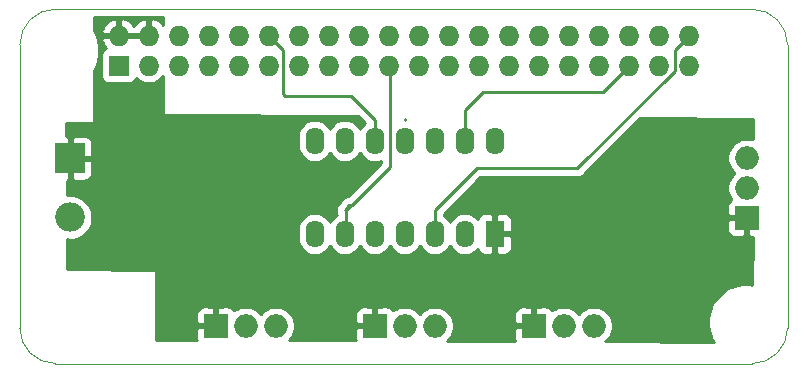
<source format=gbr>
G04 #@! TF.GenerationSoftware,KiCad,Pcbnew,(5.1.6)-1*
G04 #@! TF.CreationDate,2021-06-04T15:22:17-05:00*
G04 #@! TF.ProjectId,GlimmrBoard,476c696d-6d72-4426-9f61-72642e6b6963,rev?*
G04 #@! TF.SameCoordinates,Original*
G04 #@! TF.FileFunction,Copper,L2,Bot*
G04 #@! TF.FilePolarity,Positive*
%FSLAX46Y46*%
G04 Gerber Fmt 4.6, Leading zero omitted, Abs format (unit mm)*
G04 Created by KiCad (PCBNEW (5.1.6)-1) date 2021-06-04 15:22:17*
%MOMM*%
%LPD*%
G01*
G04 APERTURE LIST*
G04 #@! TA.AperFunction,Profile*
%ADD10C,0.100000*%
G04 #@! TD*
G04 #@! TA.AperFunction,ComponentPad*
%ADD11R,1.600000X2.300000*%
G04 #@! TD*
G04 #@! TA.AperFunction,ComponentPad*
%ADD12O,1.600000X2.300000*%
G04 #@! TD*
G04 #@! TA.AperFunction,ComponentPad*
%ADD13O,1.998980X1.998980*%
G04 #@! TD*
G04 #@! TA.AperFunction,ComponentPad*
%ADD14R,1.998980X1.998980*%
G04 #@! TD*
G04 #@! TA.AperFunction,ComponentPad*
%ADD15R,2.500000X2.500000*%
G04 #@! TD*
G04 #@! TA.AperFunction,ComponentPad*
%ADD16O,2.500000X2.500000*%
G04 #@! TD*
G04 #@! TA.AperFunction,ComponentPad*
%ADD17R,1.727200X1.727200*%
G04 #@! TD*
G04 #@! TA.AperFunction,ComponentPad*
%ADD18O,1.727200X1.727200*%
G04 #@! TD*
G04 #@! TA.AperFunction,Conductor*
%ADD19C,0.250000*%
G04 #@! TD*
G04 #@! TA.AperFunction,Conductor*
%ADD20C,0.254000*%
G04 #@! TD*
G04 APERTURE END LIST*
D10*
X77500000Y-51500000D02*
X77500000Y-27500000D01*
X12500000Y-51500000D02*
X12500000Y-27500000D01*
X77500000Y-27500000D02*
G75*
G03*
X74500000Y-24500000I-3000000J0D01*
G01*
X15500000Y-24500000D02*
X74500000Y-24500000D01*
X15500000Y-24500000D02*
G75*
G03*
X12500000Y-27500000I0J-3000000D01*
G01*
X74500000Y-54500000D02*
G75*
G03*
X77500000Y-51500000I0J3000000D01*
G01*
X12500000Y-51500000D02*
G75*
G03*
X15500000Y-54500000I3000000J0D01*
G01*
X15500000Y-54500000D02*
X74500000Y-54500000D01*
D11*
X52705000Y-43525440D03*
D12*
X50165000Y-43525440D03*
X47625000Y-43525440D03*
X45085000Y-43525440D03*
X42545000Y-43525440D03*
X40005000Y-43525440D03*
X37465000Y-43525440D03*
X37470080Y-35633660D03*
X40010080Y-35633660D03*
X42550080Y-35633660D03*
X45090080Y-35633660D03*
X47630080Y-35633660D03*
X50170080Y-35633660D03*
X52710080Y-35633660D03*
D13*
X74041000Y-37084000D03*
X74041000Y-39624000D03*
D14*
X74041000Y-42164000D03*
D13*
X61087000Y-51308000D03*
X58547000Y-51308000D03*
D14*
X56007000Y-51308000D03*
D13*
X47625000Y-51308000D03*
X45085000Y-51308000D03*
D14*
X42545000Y-51308000D03*
X29083000Y-51308000D03*
D13*
X31623000Y-51308000D03*
X34163000Y-51308000D03*
D15*
X16764000Y-37124000D03*
D16*
X16764000Y-42124000D03*
D17*
X20870000Y-29270000D03*
D18*
X20870000Y-26730000D03*
X23410000Y-29270000D03*
X23410000Y-26730000D03*
X25950000Y-29270000D03*
X25950000Y-26730000D03*
X28490000Y-29270000D03*
X28490000Y-26730000D03*
X31030000Y-29270000D03*
X31030000Y-26730000D03*
X33570000Y-29270000D03*
X33570000Y-26730000D03*
X36110000Y-29270000D03*
X36110000Y-26730000D03*
X38650000Y-29270000D03*
X38650000Y-26730000D03*
X41190000Y-29270000D03*
X41190000Y-26730000D03*
X43730000Y-29270000D03*
X43730000Y-26730000D03*
X46270000Y-29270000D03*
X46270000Y-26730000D03*
X48810000Y-29270000D03*
X48810000Y-26730000D03*
X51350000Y-29270000D03*
X51350000Y-26730000D03*
X53890000Y-29270000D03*
X53890000Y-26730000D03*
X56430000Y-29270000D03*
X56430000Y-26730000D03*
X58970000Y-29270000D03*
X58970000Y-26730000D03*
X61510000Y-29270000D03*
X61510000Y-26730000D03*
X64050000Y-29270000D03*
X64050000Y-26730000D03*
X66590000Y-29270000D03*
X66590000Y-26730000D03*
X69130000Y-29270000D03*
X69130000Y-26730000D03*
D19*
X64050000Y-29270000D02*
X62861399Y-30458601D01*
X62861399Y-30458601D02*
X62861399Y-30483601D01*
X62861399Y-30483601D02*
X61849000Y-31496000D01*
X61849000Y-31496000D02*
X51689000Y-31496000D01*
X51689000Y-31496000D02*
X50165000Y-33020000D01*
X50165000Y-35814000D02*
X50165000Y-33782000D01*
X50165000Y-33020000D02*
X50165000Y-33782000D01*
X50165000Y-33782000D02*
X50165000Y-33909000D01*
X45085000Y-33909000D02*
X45085000Y-33782000D01*
X33570000Y-26730000D02*
X34758601Y-27918601D01*
X34758601Y-30186601D02*
X34758601Y-30392399D01*
X34758601Y-27918601D02*
X34758601Y-30186601D01*
X34973202Y-31877000D02*
X34758601Y-31662399D01*
X40513000Y-31877000D02*
X34973202Y-31877000D01*
X34758601Y-31662399D02*
X34758601Y-30186601D01*
X42545000Y-33909000D02*
X40513000Y-31877000D01*
X42545000Y-35814000D02*
X42545000Y-33909000D01*
X43670010Y-29329990D02*
X43730000Y-29270000D01*
X43815000Y-37846000D02*
X43815000Y-29312000D01*
X40132000Y-43434000D02*
X40132000Y-41402000D01*
X40322500Y-41084500D02*
X40449500Y-41084500D01*
X40195500Y-41402000D02*
X40513000Y-41084500D01*
X40005000Y-41529000D02*
X40449500Y-41084500D01*
X40594490Y-41084500D02*
X43815000Y-37863990D01*
X67941399Y-27918601D02*
X69130000Y-26730000D01*
X67941399Y-29721601D02*
X67941399Y-27918601D01*
X59690000Y-37973000D02*
X67941399Y-29721601D01*
X51181000Y-37973000D02*
X59690000Y-37973000D01*
X47625000Y-41529000D02*
X51181000Y-37973000D01*
X47625000Y-41529000D02*
X47625000Y-43434000D01*
D20*
G36*
X24635552Y-25873020D02*
G01*
X24616817Y-25841512D01*
X24420293Y-25623146D01*
X24184944Y-25447316D01*
X23919814Y-25320778D01*
X23769026Y-25275042D01*
X23537000Y-25396183D01*
X23537000Y-26603000D01*
X23557000Y-26603000D01*
X23557000Y-26857000D01*
X23537000Y-26857000D01*
X23537000Y-26877000D01*
X23283000Y-26877000D01*
X23283000Y-26857000D01*
X20997000Y-26857000D01*
X20997000Y-26877000D01*
X20743000Y-26877000D01*
X20743000Y-26857000D01*
X19535536Y-26857000D01*
X19415037Y-27089027D01*
X19513036Y-27365978D01*
X19663183Y-27618488D01*
X19824692Y-27797947D01*
X19762220Y-27816898D01*
X19651906Y-27875863D01*
X19555215Y-27955215D01*
X19475863Y-28051906D01*
X19416898Y-28162220D01*
X19380588Y-28281918D01*
X19368328Y-28406400D01*
X19368328Y-30133600D01*
X19380588Y-30258082D01*
X19416898Y-30377780D01*
X19475863Y-30488094D01*
X19555215Y-30584785D01*
X19651906Y-30664137D01*
X19762220Y-30723102D01*
X19881918Y-30759412D01*
X20006400Y-30771672D01*
X21733600Y-30771672D01*
X21858082Y-30759412D01*
X21977780Y-30723102D01*
X22088094Y-30664137D01*
X22184785Y-30584785D01*
X22264137Y-30488094D01*
X22323102Y-30377780D01*
X22340636Y-30319977D01*
X22454698Y-30434039D01*
X22700147Y-30598042D01*
X22972875Y-30711010D01*
X23262401Y-30768600D01*
X23557599Y-30768600D01*
X23847125Y-30711010D01*
X24119853Y-30598042D01*
X24365302Y-30434039D01*
X24574039Y-30225302D01*
X24627876Y-30144728D01*
X24622125Y-33345210D01*
X24624521Y-33369991D01*
X24631705Y-33393828D01*
X24643402Y-33415806D01*
X24659161Y-33435079D01*
X24678378Y-33450908D01*
X24700313Y-33462683D01*
X24724125Y-33469953D01*
X24748288Y-33472435D01*
X41141742Y-33580544D01*
X41692378Y-34131180D01*
X41530473Y-34264052D01*
X41351148Y-34482559D01*
X41280080Y-34615518D01*
X41209012Y-34482559D01*
X41029688Y-34264052D01*
X40811181Y-34084728D01*
X40561888Y-33951478D01*
X40291389Y-33869424D01*
X40010080Y-33841717D01*
X39728772Y-33869424D01*
X39458273Y-33951478D01*
X39208980Y-34084728D01*
X38990473Y-34264052D01*
X38811148Y-34482559D01*
X38740080Y-34615518D01*
X38669012Y-34482559D01*
X38489688Y-34264052D01*
X38271181Y-34084728D01*
X38021888Y-33951478D01*
X37751389Y-33869424D01*
X37470080Y-33841717D01*
X37188772Y-33869424D01*
X36918273Y-33951478D01*
X36668980Y-34084728D01*
X36450473Y-34264052D01*
X36271148Y-34482559D01*
X36137898Y-34731852D01*
X36055844Y-35002351D01*
X36035080Y-35213168D01*
X36035080Y-36054151D01*
X36055844Y-36264968D01*
X36137898Y-36535467D01*
X36271148Y-36784760D01*
X36450472Y-37003267D01*
X36668979Y-37182592D01*
X36918272Y-37315842D01*
X37188771Y-37397896D01*
X37470080Y-37425603D01*
X37751388Y-37397896D01*
X38021887Y-37315842D01*
X38271180Y-37182592D01*
X38489687Y-37003268D01*
X38669012Y-36784761D01*
X38740080Y-36651802D01*
X38811148Y-36784760D01*
X38990472Y-37003267D01*
X39208979Y-37182592D01*
X39458272Y-37315842D01*
X39728771Y-37397896D01*
X40010080Y-37425603D01*
X40291388Y-37397896D01*
X40561887Y-37315842D01*
X40811180Y-37182592D01*
X41029687Y-37003268D01*
X41209012Y-36784761D01*
X41280080Y-36651802D01*
X41351148Y-36784760D01*
X41530472Y-37003267D01*
X41748979Y-37182592D01*
X41998272Y-37315842D01*
X42268771Y-37397896D01*
X42550080Y-37425603D01*
X42831388Y-37397896D01*
X43055000Y-37330065D01*
X43055000Y-37549188D01*
X40279090Y-40325098D01*
X40173514Y-40335497D01*
X40030253Y-40378954D01*
X39898224Y-40449526D01*
X39782499Y-40544499D01*
X39687526Y-40660224D01*
X39616954Y-40792253D01*
X39597056Y-40857850D01*
X39592000Y-40861999D01*
X39568202Y-40890997D01*
X39441201Y-41017998D01*
X39370026Y-41104724D01*
X39299454Y-41236754D01*
X39255998Y-41380015D01*
X39241324Y-41529000D01*
X39255998Y-41677985D01*
X39299454Y-41821246D01*
X39342769Y-41902281D01*
X39203900Y-41976508D01*
X38985393Y-42155832D01*
X38806068Y-42374339D01*
X38735000Y-42507298D01*
X38663932Y-42374339D01*
X38484608Y-42155832D01*
X38266101Y-41976508D01*
X38016808Y-41843258D01*
X37746309Y-41761204D01*
X37465000Y-41733497D01*
X37183692Y-41761204D01*
X36913193Y-41843258D01*
X36663900Y-41976508D01*
X36445393Y-42155832D01*
X36266068Y-42374339D01*
X36132818Y-42623632D01*
X36050764Y-42894131D01*
X36030000Y-43104948D01*
X36030000Y-43945931D01*
X36050764Y-44156748D01*
X36132818Y-44427247D01*
X36266068Y-44676540D01*
X36445392Y-44895047D01*
X36663899Y-45074372D01*
X36913192Y-45207622D01*
X37183691Y-45289676D01*
X37465000Y-45317383D01*
X37746308Y-45289676D01*
X38016807Y-45207622D01*
X38266100Y-45074372D01*
X38484607Y-44895048D01*
X38663932Y-44676541D01*
X38735000Y-44543582D01*
X38806068Y-44676540D01*
X38985392Y-44895047D01*
X39203899Y-45074372D01*
X39453192Y-45207622D01*
X39723691Y-45289676D01*
X40005000Y-45317383D01*
X40286308Y-45289676D01*
X40556807Y-45207622D01*
X40806100Y-45074372D01*
X41024607Y-44895048D01*
X41203932Y-44676541D01*
X41275000Y-44543582D01*
X41346068Y-44676540D01*
X41525392Y-44895047D01*
X41743899Y-45074372D01*
X41993192Y-45207622D01*
X42263691Y-45289676D01*
X42545000Y-45317383D01*
X42826308Y-45289676D01*
X43096807Y-45207622D01*
X43346100Y-45074372D01*
X43564607Y-44895048D01*
X43743932Y-44676541D01*
X43815000Y-44543582D01*
X43886068Y-44676540D01*
X44065392Y-44895047D01*
X44283899Y-45074372D01*
X44533192Y-45207622D01*
X44803691Y-45289676D01*
X45085000Y-45317383D01*
X45366308Y-45289676D01*
X45636807Y-45207622D01*
X45886100Y-45074372D01*
X46104607Y-44895048D01*
X46283932Y-44676541D01*
X46355000Y-44543582D01*
X46426068Y-44676540D01*
X46605392Y-44895047D01*
X46823899Y-45074372D01*
X47073192Y-45207622D01*
X47343691Y-45289676D01*
X47625000Y-45317383D01*
X47906308Y-45289676D01*
X48176807Y-45207622D01*
X48426100Y-45074372D01*
X48644607Y-44895048D01*
X48823932Y-44676541D01*
X48895000Y-44543582D01*
X48966068Y-44676540D01*
X49145392Y-44895047D01*
X49363899Y-45074372D01*
X49613192Y-45207622D01*
X49883691Y-45289676D01*
X50165000Y-45317383D01*
X50446308Y-45289676D01*
X50716807Y-45207622D01*
X50966100Y-45074372D01*
X51184607Y-44895048D01*
X51277419Y-44781957D01*
X51279188Y-44799922D01*
X51315498Y-44919620D01*
X51374463Y-45029934D01*
X51453815Y-45126625D01*
X51550506Y-45205977D01*
X51660820Y-45264942D01*
X51780518Y-45301252D01*
X51905000Y-45313512D01*
X52419250Y-45310440D01*
X52578000Y-45151690D01*
X52578000Y-43652440D01*
X52832000Y-43652440D01*
X52832000Y-45151690D01*
X52990750Y-45310440D01*
X53505000Y-45313512D01*
X53629482Y-45301252D01*
X53749180Y-45264942D01*
X53859494Y-45205977D01*
X53956185Y-45126625D01*
X54035537Y-45029934D01*
X54094502Y-44919620D01*
X54130812Y-44799922D01*
X54143072Y-44675440D01*
X54140000Y-43811190D01*
X53981250Y-43652440D01*
X52832000Y-43652440D01*
X52578000Y-43652440D01*
X52558000Y-43652440D01*
X52558000Y-43398440D01*
X52578000Y-43398440D01*
X52578000Y-41899190D01*
X52832000Y-41899190D01*
X52832000Y-43398440D01*
X53981250Y-43398440D01*
X54140000Y-43239690D01*
X54140270Y-43163490D01*
X72403438Y-43163490D01*
X72415698Y-43287972D01*
X72452008Y-43407670D01*
X72510973Y-43517984D01*
X72590325Y-43614675D01*
X72687016Y-43694027D01*
X72797330Y-43752992D01*
X72917028Y-43789302D01*
X73041510Y-43801562D01*
X73755250Y-43798490D01*
X73914000Y-43639740D01*
X73914000Y-42291000D01*
X72565260Y-42291000D01*
X72406510Y-42449750D01*
X72403438Y-43163490D01*
X54140270Y-43163490D01*
X54143072Y-42375440D01*
X54130812Y-42250958D01*
X54094502Y-42131260D01*
X54035537Y-42020946D01*
X53956185Y-41924255D01*
X53859494Y-41844903D01*
X53749180Y-41785938D01*
X53629482Y-41749628D01*
X53505000Y-41737368D01*
X52990750Y-41740440D01*
X52832000Y-41899190D01*
X52578000Y-41899190D01*
X52419250Y-41740440D01*
X51905000Y-41737368D01*
X51780518Y-41749628D01*
X51660820Y-41785938D01*
X51550506Y-41844903D01*
X51453815Y-41924255D01*
X51374463Y-42020946D01*
X51315498Y-42131260D01*
X51279188Y-42250958D01*
X51277419Y-42268922D01*
X51184608Y-42155832D01*
X50966101Y-41976508D01*
X50716808Y-41843258D01*
X50446309Y-41761204D01*
X50165000Y-41733497D01*
X49883692Y-41761204D01*
X49613193Y-41843258D01*
X49363900Y-41976508D01*
X49145393Y-42155832D01*
X48966068Y-42374339D01*
X48895000Y-42507298D01*
X48823932Y-42374339D01*
X48644608Y-42155832D01*
X48426101Y-41976508D01*
X48385000Y-41954539D01*
X48385000Y-41843801D01*
X51495803Y-38733000D01*
X59652678Y-38733000D01*
X59690000Y-38736676D01*
X59727322Y-38733000D01*
X59727333Y-38733000D01*
X59838986Y-38722003D01*
X59982247Y-38678546D01*
X60114276Y-38607974D01*
X60230001Y-38513001D01*
X60253804Y-38483997D01*
X64999923Y-33737879D01*
X74572367Y-33801006D01*
X74566261Y-35532410D01*
X74517763Y-35512322D01*
X74201983Y-35449510D01*
X73880017Y-35449510D01*
X73564237Y-35512322D01*
X73266778Y-35635533D01*
X72999073Y-35814408D01*
X72771408Y-36042073D01*
X72592533Y-36309778D01*
X72469322Y-36607237D01*
X72406510Y-36923017D01*
X72406510Y-37244983D01*
X72469322Y-37560763D01*
X72592533Y-37858222D01*
X72771408Y-38125927D01*
X72999073Y-38353592D01*
X72999684Y-38354000D01*
X72999073Y-38354408D01*
X72771408Y-38582073D01*
X72592533Y-38849778D01*
X72469322Y-39147237D01*
X72406510Y-39463017D01*
X72406510Y-39784983D01*
X72469322Y-40100763D01*
X72592533Y-40398222D01*
X72733467Y-40609144D01*
X72687016Y-40633973D01*
X72590325Y-40713325D01*
X72510973Y-40810016D01*
X72452008Y-40920330D01*
X72415698Y-41040028D01*
X72403438Y-41164510D01*
X72406510Y-41878250D01*
X72565260Y-42037000D01*
X73914000Y-42037000D01*
X73914000Y-42017000D01*
X74168000Y-42017000D01*
X74168000Y-42037000D01*
X74188000Y-42037000D01*
X74188000Y-42291000D01*
X74168000Y-42291000D01*
X74168000Y-43639740D01*
X74326750Y-43798490D01*
X74537107Y-43799395D01*
X74522950Y-47813801D01*
X74317832Y-47773000D01*
X73682168Y-47773000D01*
X73058719Y-47897012D01*
X72471442Y-48140270D01*
X71942907Y-48493425D01*
X71493425Y-48942907D01*
X71140270Y-49471442D01*
X70897012Y-50058719D01*
X70773000Y-50682168D01*
X70773000Y-51317832D01*
X70897012Y-51941281D01*
X71140270Y-52528558D01*
X71231858Y-52665630D01*
X62052003Y-52628991D01*
X62128927Y-52577592D01*
X62356592Y-52349927D01*
X62535467Y-52082222D01*
X62658678Y-51784763D01*
X62721490Y-51468983D01*
X62721490Y-51147017D01*
X62658678Y-50831237D01*
X62535467Y-50533778D01*
X62356592Y-50266073D01*
X62128927Y-50038408D01*
X61861222Y-49859533D01*
X61563763Y-49736322D01*
X61247983Y-49673510D01*
X60926017Y-49673510D01*
X60610237Y-49736322D01*
X60312778Y-49859533D01*
X60045073Y-50038408D01*
X59817408Y-50266073D01*
X59817000Y-50266684D01*
X59816592Y-50266073D01*
X59588927Y-50038408D01*
X59321222Y-49859533D01*
X59023763Y-49736322D01*
X58707983Y-49673510D01*
X58386017Y-49673510D01*
X58070237Y-49736322D01*
X57772778Y-49859533D01*
X57561856Y-50000467D01*
X57537027Y-49954016D01*
X57457675Y-49857325D01*
X57360984Y-49777973D01*
X57250670Y-49719008D01*
X57130972Y-49682698D01*
X57006490Y-49670438D01*
X56292750Y-49673510D01*
X56134000Y-49832260D01*
X56134000Y-51181000D01*
X56154000Y-51181000D01*
X56154000Y-51435000D01*
X56134000Y-51435000D01*
X56134000Y-51455000D01*
X55880000Y-51455000D01*
X55880000Y-51435000D01*
X54531260Y-51435000D01*
X54372510Y-51593750D01*
X54369438Y-52307490D01*
X54381698Y-52431972D01*
X54418008Y-52551670D01*
X54443105Y-52598622D01*
X48668943Y-52575576D01*
X48894592Y-52349927D01*
X49073467Y-52082222D01*
X49196678Y-51784763D01*
X49259490Y-51468983D01*
X49259490Y-51147017D01*
X49196678Y-50831237D01*
X49073467Y-50533778D01*
X48922948Y-50308510D01*
X54369438Y-50308510D01*
X54372510Y-51022250D01*
X54531260Y-51181000D01*
X55880000Y-51181000D01*
X55880000Y-49832260D01*
X55721250Y-49673510D01*
X55007510Y-49670438D01*
X54883028Y-49682698D01*
X54763330Y-49719008D01*
X54653016Y-49777973D01*
X54556325Y-49857325D01*
X54476973Y-49954016D01*
X54418008Y-50064330D01*
X54381698Y-50184028D01*
X54369438Y-50308510D01*
X48922948Y-50308510D01*
X48894592Y-50266073D01*
X48666927Y-50038408D01*
X48399222Y-49859533D01*
X48101763Y-49736322D01*
X47785983Y-49673510D01*
X47464017Y-49673510D01*
X47148237Y-49736322D01*
X46850778Y-49859533D01*
X46583073Y-50038408D01*
X46355408Y-50266073D01*
X46355000Y-50266684D01*
X46354592Y-50266073D01*
X46126927Y-50038408D01*
X45859222Y-49859533D01*
X45561763Y-49736322D01*
X45245983Y-49673510D01*
X44924017Y-49673510D01*
X44608237Y-49736322D01*
X44310778Y-49859533D01*
X44099856Y-50000467D01*
X44075027Y-49954016D01*
X43995675Y-49857325D01*
X43898984Y-49777973D01*
X43788670Y-49719008D01*
X43668972Y-49682698D01*
X43544490Y-49670438D01*
X42830750Y-49673510D01*
X42672000Y-49832260D01*
X42672000Y-51181000D01*
X42692000Y-51181000D01*
X42692000Y-51435000D01*
X42672000Y-51435000D01*
X42672000Y-51455000D01*
X42418000Y-51455000D01*
X42418000Y-51435000D01*
X41069260Y-51435000D01*
X40910510Y-51593750D01*
X40907438Y-52307490D01*
X40919698Y-52431972D01*
X40953919Y-52544784D01*
X35260459Y-52522060D01*
X35432592Y-52349927D01*
X35611467Y-52082222D01*
X35734678Y-51784763D01*
X35797490Y-51468983D01*
X35797490Y-51147017D01*
X35734678Y-50831237D01*
X35611467Y-50533778D01*
X35460948Y-50308510D01*
X40907438Y-50308510D01*
X40910510Y-51022250D01*
X41069260Y-51181000D01*
X42418000Y-51181000D01*
X42418000Y-49832260D01*
X42259250Y-49673510D01*
X41545510Y-49670438D01*
X41421028Y-49682698D01*
X41301330Y-49719008D01*
X41191016Y-49777973D01*
X41094325Y-49857325D01*
X41014973Y-49954016D01*
X40956008Y-50064330D01*
X40919698Y-50184028D01*
X40907438Y-50308510D01*
X35460948Y-50308510D01*
X35432592Y-50266073D01*
X35204927Y-50038408D01*
X34937222Y-49859533D01*
X34639763Y-49736322D01*
X34323983Y-49673510D01*
X34002017Y-49673510D01*
X33686237Y-49736322D01*
X33388778Y-49859533D01*
X33121073Y-50038408D01*
X32893408Y-50266073D01*
X32893000Y-50266684D01*
X32892592Y-50266073D01*
X32664927Y-50038408D01*
X32397222Y-49859533D01*
X32099763Y-49736322D01*
X31783983Y-49673510D01*
X31462017Y-49673510D01*
X31146237Y-49736322D01*
X30848778Y-49859533D01*
X30637856Y-50000467D01*
X30613027Y-49954016D01*
X30533675Y-49857325D01*
X30436984Y-49777973D01*
X30326670Y-49719008D01*
X30206972Y-49682698D01*
X30082490Y-49670438D01*
X29368750Y-49673510D01*
X29210000Y-49832260D01*
X29210000Y-51181000D01*
X29230000Y-51181000D01*
X29230000Y-51435000D01*
X29210000Y-51435000D01*
X29210000Y-51455000D01*
X28956000Y-51455000D01*
X28956000Y-51435000D01*
X27607260Y-51435000D01*
X27448510Y-51593750D01*
X27445438Y-52307490D01*
X27457698Y-52431972D01*
X27475600Y-52490988D01*
X24045718Y-52477299D01*
X24029583Y-50308510D01*
X27445438Y-50308510D01*
X27448510Y-51022250D01*
X27607260Y-51181000D01*
X28956000Y-51181000D01*
X28956000Y-49832260D01*
X28797250Y-49673510D01*
X28083510Y-49670438D01*
X27959028Y-49682698D01*
X27839330Y-49719008D01*
X27729016Y-49777973D01*
X27632325Y-49857325D01*
X27552973Y-49954016D01*
X27494008Y-50064330D01*
X27457698Y-50184028D01*
X27445438Y-50308510D01*
X24029583Y-50308510D01*
X24002996Y-46735055D01*
X24000372Y-46710298D01*
X23992968Y-46686528D01*
X23981069Y-46664659D01*
X23965132Y-46645532D01*
X23945770Y-46629881D01*
X23923727Y-46618309D01*
X23899849Y-46611259D01*
X23878152Y-46609018D01*
X16510000Y-46484134D01*
X16510000Y-43995406D01*
X16578344Y-44009000D01*
X16949656Y-44009000D01*
X17313834Y-43936561D01*
X17656882Y-43794466D01*
X17965618Y-43588175D01*
X18228175Y-43325618D01*
X18434466Y-43016882D01*
X18576561Y-42673834D01*
X18649000Y-42309656D01*
X18649000Y-41938344D01*
X18576561Y-41574166D01*
X18434466Y-41231118D01*
X18228175Y-40922382D01*
X17965618Y-40659825D01*
X17656882Y-40453534D01*
X17313834Y-40311439D01*
X16949656Y-40239000D01*
X16578344Y-40239000D01*
X16510000Y-40252594D01*
X16510000Y-39878000D01*
X16509880Y-39872483D01*
X16472338Y-39009019D01*
X16478250Y-39009000D01*
X16637000Y-38850250D01*
X16637000Y-37251000D01*
X16891000Y-37251000D01*
X16891000Y-38850250D01*
X17049750Y-39009000D01*
X18014000Y-39012072D01*
X18138482Y-38999812D01*
X18258180Y-38963502D01*
X18368494Y-38904537D01*
X18465185Y-38825185D01*
X18544537Y-38728494D01*
X18603502Y-38618180D01*
X18639812Y-38498482D01*
X18652072Y-38374000D01*
X18649000Y-37409750D01*
X18490250Y-37251000D01*
X16891000Y-37251000D01*
X16637000Y-37251000D01*
X16617000Y-37251000D01*
X16617000Y-36997000D01*
X16637000Y-36997000D01*
X16637000Y-35397750D01*
X16891000Y-35397750D01*
X16891000Y-36997000D01*
X18490250Y-36997000D01*
X18649000Y-36838250D01*
X18652072Y-35874000D01*
X18639812Y-35749518D01*
X18603502Y-35629820D01*
X18544537Y-35519506D01*
X18465185Y-35422815D01*
X18368494Y-35343463D01*
X18258180Y-35284498D01*
X18138482Y-35248188D01*
X18014000Y-35235928D01*
X17049750Y-35239000D01*
X16891000Y-35397750D01*
X16637000Y-35397750D01*
X16478250Y-35239000D01*
X16383000Y-35238697D01*
X16383000Y-34163000D01*
X18669000Y-34163000D01*
X18693776Y-34160560D01*
X18717601Y-34153333D01*
X18739557Y-34141597D01*
X18758803Y-34125803D01*
X18774597Y-34106557D01*
X18786333Y-34084601D01*
X18793560Y-34060776D01*
X18796000Y-34036000D01*
X18796000Y-29623937D01*
X18859730Y-29528558D01*
X19102988Y-28941281D01*
X19227000Y-28317832D01*
X19227000Y-27682168D01*
X19102988Y-27058719D01*
X18859730Y-26471442D01*
X18796000Y-26376063D01*
X18796000Y-26370973D01*
X19415037Y-26370973D01*
X19535536Y-26603000D01*
X20743000Y-26603000D01*
X20743000Y-25396183D01*
X20997000Y-25396183D01*
X20997000Y-26603000D01*
X23283000Y-26603000D01*
X23283000Y-25396183D01*
X23050974Y-25275042D01*
X22900186Y-25320778D01*
X22635056Y-25447316D01*
X22399707Y-25623146D01*
X22203183Y-25841512D01*
X22140000Y-25947770D01*
X22076817Y-25841512D01*
X21880293Y-25623146D01*
X21644944Y-25447316D01*
X21379814Y-25320778D01*
X21229026Y-25275042D01*
X20997000Y-25396183D01*
X20743000Y-25396183D01*
X20510974Y-25275042D01*
X20360186Y-25320778D01*
X20095056Y-25447316D01*
X19859707Y-25623146D01*
X19663183Y-25841512D01*
X19513036Y-26094022D01*
X19415037Y-26370973D01*
X18796000Y-26370973D01*
X18796000Y-25185000D01*
X24636789Y-25185000D01*
X24635552Y-25873020D01*
G37*
X24635552Y-25873020D02*
X24616817Y-25841512D01*
X24420293Y-25623146D01*
X24184944Y-25447316D01*
X23919814Y-25320778D01*
X23769026Y-25275042D01*
X23537000Y-25396183D01*
X23537000Y-26603000D01*
X23557000Y-26603000D01*
X23557000Y-26857000D01*
X23537000Y-26857000D01*
X23537000Y-26877000D01*
X23283000Y-26877000D01*
X23283000Y-26857000D01*
X20997000Y-26857000D01*
X20997000Y-26877000D01*
X20743000Y-26877000D01*
X20743000Y-26857000D01*
X19535536Y-26857000D01*
X19415037Y-27089027D01*
X19513036Y-27365978D01*
X19663183Y-27618488D01*
X19824692Y-27797947D01*
X19762220Y-27816898D01*
X19651906Y-27875863D01*
X19555215Y-27955215D01*
X19475863Y-28051906D01*
X19416898Y-28162220D01*
X19380588Y-28281918D01*
X19368328Y-28406400D01*
X19368328Y-30133600D01*
X19380588Y-30258082D01*
X19416898Y-30377780D01*
X19475863Y-30488094D01*
X19555215Y-30584785D01*
X19651906Y-30664137D01*
X19762220Y-30723102D01*
X19881918Y-30759412D01*
X20006400Y-30771672D01*
X21733600Y-30771672D01*
X21858082Y-30759412D01*
X21977780Y-30723102D01*
X22088094Y-30664137D01*
X22184785Y-30584785D01*
X22264137Y-30488094D01*
X22323102Y-30377780D01*
X22340636Y-30319977D01*
X22454698Y-30434039D01*
X22700147Y-30598042D01*
X22972875Y-30711010D01*
X23262401Y-30768600D01*
X23557599Y-30768600D01*
X23847125Y-30711010D01*
X24119853Y-30598042D01*
X24365302Y-30434039D01*
X24574039Y-30225302D01*
X24627876Y-30144728D01*
X24622125Y-33345210D01*
X24624521Y-33369991D01*
X24631705Y-33393828D01*
X24643402Y-33415806D01*
X24659161Y-33435079D01*
X24678378Y-33450908D01*
X24700313Y-33462683D01*
X24724125Y-33469953D01*
X24748288Y-33472435D01*
X41141742Y-33580544D01*
X41692378Y-34131180D01*
X41530473Y-34264052D01*
X41351148Y-34482559D01*
X41280080Y-34615518D01*
X41209012Y-34482559D01*
X41029688Y-34264052D01*
X40811181Y-34084728D01*
X40561888Y-33951478D01*
X40291389Y-33869424D01*
X40010080Y-33841717D01*
X39728772Y-33869424D01*
X39458273Y-33951478D01*
X39208980Y-34084728D01*
X38990473Y-34264052D01*
X38811148Y-34482559D01*
X38740080Y-34615518D01*
X38669012Y-34482559D01*
X38489688Y-34264052D01*
X38271181Y-34084728D01*
X38021888Y-33951478D01*
X37751389Y-33869424D01*
X37470080Y-33841717D01*
X37188772Y-33869424D01*
X36918273Y-33951478D01*
X36668980Y-34084728D01*
X36450473Y-34264052D01*
X36271148Y-34482559D01*
X36137898Y-34731852D01*
X36055844Y-35002351D01*
X36035080Y-35213168D01*
X36035080Y-36054151D01*
X36055844Y-36264968D01*
X36137898Y-36535467D01*
X36271148Y-36784760D01*
X36450472Y-37003267D01*
X36668979Y-37182592D01*
X36918272Y-37315842D01*
X37188771Y-37397896D01*
X37470080Y-37425603D01*
X37751388Y-37397896D01*
X38021887Y-37315842D01*
X38271180Y-37182592D01*
X38489687Y-37003268D01*
X38669012Y-36784761D01*
X38740080Y-36651802D01*
X38811148Y-36784760D01*
X38990472Y-37003267D01*
X39208979Y-37182592D01*
X39458272Y-37315842D01*
X39728771Y-37397896D01*
X40010080Y-37425603D01*
X40291388Y-37397896D01*
X40561887Y-37315842D01*
X40811180Y-37182592D01*
X41029687Y-37003268D01*
X41209012Y-36784761D01*
X41280080Y-36651802D01*
X41351148Y-36784760D01*
X41530472Y-37003267D01*
X41748979Y-37182592D01*
X41998272Y-37315842D01*
X42268771Y-37397896D01*
X42550080Y-37425603D01*
X42831388Y-37397896D01*
X43055000Y-37330065D01*
X43055000Y-37549188D01*
X40279090Y-40325098D01*
X40173514Y-40335497D01*
X40030253Y-40378954D01*
X39898224Y-40449526D01*
X39782499Y-40544499D01*
X39687526Y-40660224D01*
X39616954Y-40792253D01*
X39597056Y-40857850D01*
X39592000Y-40861999D01*
X39568202Y-40890997D01*
X39441201Y-41017998D01*
X39370026Y-41104724D01*
X39299454Y-41236754D01*
X39255998Y-41380015D01*
X39241324Y-41529000D01*
X39255998Y-41677985D01*
X39299454Y-41821246D01*
X39342769Y-41902281D01*
X39203900Y-41976508D01*
X38985393Y-42155832D01*
X38806068Y-42374339D01*
X38735000Y-42507298D01*
X38663932Y-42374339D01*
X38484608Y-42155832D01*
X38266101Y-41976508D01*
X38016808Y-41843258D01*
X37746309Y-41761204D01*
X37465000Y-41733497D01*
X37183692Y-41761204D01*
X36913193Y-41843258D01*
X36663900Y-41976508D01*
X36445393Y-42155832D01*
X36266068Y-42374339D01*
X36132818Y-42623632D01*
X36050764Y-42894131D01*
X36030000Y-43104948D01*
X36030000Y-43945931D01*
X36050764Y-44156748D01*
X36132818Y-44427247D01*
X36266068Y-44676540D01*
X36445392Y-44895047D01*
X36663899Y-45074372D01*
X36913192Y-45207622D01*
X37183691Y-45289676D01*
X37465000Y-45317383D01*
X37746308Y-45289676D01*
X38016807Y-45207622D01*
X38266100Y-45074372D01*
X38484607Y-44895048D01*
X38663932Y-44676541D01*
X38735000Y-44543582D01*
X38806068Y-44676540D01*
X38985392Y-44895047D01*
X39203899Y-45074372D01*
X39453192Y-45207622D01*
X39723691Y-45289676D01*
X40005000Y-45317383D01*
X40286308Y-45289676D01*
X40556807Y-45207622D01*
X40806100Y-45074372D01*
X41024607Y-44895048D01*
X41203932Y-44676541D01*
X41275000Y-44543582D01*
X41346068Y-44676540D01*
X41525392Y-44895047D01*
X41743899Y-45074372D01*
X41993192Y-45207622D01*
X42263691Y-45289676D01*
X42545000Y-45317383D01*
X42826308Y-45289676D01*
X43096807Y-45207622D01*
X43346100Y-45074372D01*
X43564607Y-44895048D01*
X43743932Y-44676541D01*
X43815000Y-44543582D01*
X43886068Y-44676540D01*
X44065392Y-44895047D01*
X44283899Y-45074372D01*
X44533192Y-45207622D01*
X44803691Y-45289676D01*
X45085000Y-45317383D01*
X45366308Y-45289676D01*
X45636807Y-45207622D01*
X45886100Y-45074372D01*
X46104607Y-44895048D01*
X46283932Y-44676541D01*
X46355000Y-44543582D01*
X46426068Y-44676540D01*
X46605392Y-44895047D01*
X46823899Y-45074372D01*
X47073192Y-45207622D01*
X47343691Y-45289676D01*
X47625000Y-45317383D01*
X47906308Y-45289676D01*
X48176807Y-45207622D01*
X48426100Y-45074372D01*
X48644607Y-44895048D01*
X48823932Y-44676541D01*
X48895000Y-44543582D01*
X48966068Y-44676540D01*
X49145392Y-44895047D01*
X49363899Y-45074372D01*
X49613192Y-45207622D01*
X49883691Y-45289676D01*
X50165000Y-45317383D01*
X50446308Y-45289676D01*
X50716807Y-45207622D01*
X50966100Y-45074372D01*
X51184607Y-44895048D01*
X51277419Y-44781957D01*
X51279188Y-44799922D01*
X51315498Y-44919620D01*
X51374463Y-45029934D01*
X51453815Y-45126625D01*
X51550506Y-45205977D01*
X51660820Y-45264942D01*
X51780518Y-45301252D01*
X51905000Y-45313512D01*
X52419250Y-45310440D01*
X52578000Y-45151690D01*
X52578000Y-43652440D01*
X52832000Y-43652440D01*
X52832000Y-45151690D01*
X52990750Y-45310440D01*
X53505000Y-45313512D01*
X53629482Y-45301252D01*
X53749180Y-45264942D01*
X53859494Y-45205977D01*
X53956185Y-45126625D01*
X54035537Y-45029934D01*
X54094502Y-44919620D01*
X54130812Y-44799922D01*
X54143072Y-44675440D01*
X54140000Y-43811190D01*
X53981250Y-43652440D01*
X52832000Y-43652440D01*
X52578000Y-43652440D01*
X52558000Y-43652440D01*
X52558000Y-43398440D01*
X52578000Y-43398440D01*
X52578000Y-41899190D01*
X52832000Y-41899190D01*
X52832000Y-43398440D01*
X53981250Y-43398440D01*
X54140000Y-43239690D01*
X54140270Y-43163490D01*
X72403438Y-43163490D01*
X72415698Y-43287972D01*
X72452008Y-43407670D01*
X72510973Y-43517984D01*
X72590325Y-43614675D01*
X72687016Y-43694027D01*
X72797330Y-43752992D01*
X72917028Y-43789302D01*
X73041510Y-43801562D01*
X73755250Y-43798490D01*
X73914000Y-43639740D01*
X73914000Y-42291000D01*
X72565260Y-42291000D01*
X72406510Y-42449750D01*
X72403438Y-43163490D01*
X54140270Y-43163490D01*
X54143072Y-42375440D01*
X54130812Y-42250958D01*
X54094502Y-42131260D01*
X54035537Y-42020946D01*
X53956185Y-41924255D01*
X53859494Y-41844903D01*
X53749180Y-41785938D01*
X53629482Y-41749628D01*
X53505000Y-41737368D01*
X52990750Y-41740440D01*
X52832000Y-41899190D01*
X52578000Y-41899190D01*
X52419250Y-41740440D01*
X51905000Y-41737368D01*
X51780518Y-41749628D01*
X51660820Y-41785938D01*
X51550506Y-41844903D01*
X51453815Y-41924255D01*
X51374463Y-42020946D01*
X51315498Y-42131260D01*
X51279188Y-42250958D01*
X51277419Y-42268922D01*
X51184608Y-42155832D01*
X50966101Y-41976508D01*
X50716808Y-41843258D01*
X50446309Y-41761204D01*
X50165000Y-41733497D01*
X49883692Y-41761204D01*
X49613193Y-41843258D01*
X49363900Y-41976508D01*
X49145393Y-42155832D01*
X48966068Y-42374339D01*
X48895000Y-42507298D01*
X48823932Y-42374339D01*
X48644608Y-42155832D01*
X48426101Y-41976508D01*
X48385000Y-41954539D01*
X48385000Y-41843801D01*
X51495803Y-38733000D01*
X59652678Y-38733000D01*
X59690000Y-38736676D01*
X59727322Y-38733000D01*
X59727333Y-38733000D01*
X59838986Y-38722003D01*
X59982247Y-38678546D01*
X60114276Y-38607974D01*
X60230001Y-38513001D01*
X60253804Y-38483997D01*
X64999923Y-33737879D01*
X74572367Y-33801006D01*
X74566261Y-35532410D01*
X74517763Y-35512322D01*
X74201983Y-35449510D01*
X73880017Y-35449510D01*
X73564237Y-35512322D01*
X73266778Y-35635533D01*
X72999073Y-35814408D01*
X72771408Y-36042073D01*
X72592533Y-36309778D01*
X72469322Y-36607237D01*
X72406510Y-36923017D01*
X72406510Y-37244983D01*
X72469322Y-37560763D01*
X72592533Y-37858222D01*
X72771408Y-38125927D01*
X72999073Y-38353592D01*
X72999684Y-38354000D01*
X72999073Y-38354408D01*
X72771408Y-38582073D01*
X72592533Y-38849778D01*
X72469322Y-39147237D01*
X72406510Y-39463017D01*
X72406510Y-39784983D01*
X72469322Y-40100763D01*
X72592533Y-40398222D01*
X72733467Y-40609144D01*
X72687016Y-40633973D01*
X72590325Y-40713325D01*
X72510973Y-40810016D01*
X72452008Y-40920330D01*
X72415698Y-41040028D01*
X72403438Y-41164510D01*
X72406510Y-41878250D01*
X72565260Y-42037000D01*
X73914000Y-42037000D01*
X73914000Y-42017000D01*
X74168000Y-42017000D01*
X74168000Y-42037000D01*
X74188000Y-42037000D01*
X74188000Y-42291000D01*
X74168000Y-42291000D01*
X74168000Y-43639740D01*
X74326750Y-43798490D01*
X74537107Y-43799395D01*
X74522950Y-47813801D01*
X74317832Y-47773000D01*
X73682168Y-47773000D01*
X73058719Y-47897012D01*
X72471442Y-48140270D01*
X71942907Y-48493425D01*
X71493425Y-48942907D01*
X71140270Y-49471442D01*
X70897012Y-50058719D01*
X70773000Y-50682168D01*
X70773000Y-51317832D01*
X70897012Y-51941281D01*
X71140270Y-52528558D01*
X71231858Y-52665630D01*
X62052003Y-52628991D01*
X62128927Y-52577592D01*
X62356592Y-52349927D01*
X62535467Y-52082222D01*
X62658678Y-51784763D01*
X62721490Y-51468983D01*
X62721490Y-51147017D01*
X62658678Y-50831237D01*
X62535467Y-50533778D01*
X62356592Y-50266073D01*
X62128927Y-50038408D01*
X61861222Y-49859533D01*
X61563763Y-49736322D01*
X61247983Y-49673510D01*
X60926017Y-49673510D01*
X60610237Y-49736322D01*
X60312778Y-49859533D01*
X60045073Y-50038408D01*
X59817408Y-50266073D01*
X59817000Y-50266684D01*
X59816592Y-50266073D01*
X59588927Y-50038408D01*
X59321222Y-49859533D01*
X59023763Y-49736322D01*
X58707983Y-49673510D01*
X58386017Y-49673510D01*
X58070237Y-49736322D01*
X57772778Y-49859533D01*
X57561856Y-50000467D01*
X57537027Y-49954016D01*
X57457675Y-49857325D01*
X57360984Y-49777973D01*
X57250670Y-49719008D01*
X57130972Y-49682698D01*
X57006490Y-49670438D01*
X56292750Y-49673510D01*
X56134000Y-49832260D01*
X56134000Y-51181000D01*
X56154000Y-51181000D01*
X56154000Y-51435000D01*
X56134000Y-51435000D01*
X56134000Y-51455000D01*
X55880000Y-51455000D01*
X55880000Y-51435000D01*
X54531260Y-51435000D01*
X54372510Y-51593750D01*
X54369438Y-52307490D01*
X54381698Y-52431972D01*
X54418008Y-52551670D01*
X54443105Y-52598622D01*
X48668943Y-52575576D01*
X48894592Y-52349927D01*
X49073467Y-52082222D01*
X49196678Y-51784763D01*
X49259490Y-51468983D01*
X49259490Y-51147017D01*
X49196678Y-50831237D01*
X49073467Y-50533778D01*
X48922948Y-50308510D01*
X54369438Y-50308510D01*
X54372510Y-51022250D01*
X54531260Y-51181000D01*
X55880000Y-51181000D01*
X55880000Y-49832260D01*
X55721250Y-49673510D01*
X55007510Y-49670438D01*
X54883028Y-49682698D01*
X54763330Y-49719008D01*
X54653016Y-49777973D01*
X54556325Y-49857325D01*
X54476973Y-49954016D01*
X54418008Y-50064330D01*
X54381698Y-50184028D01*
X54369438Y-50308510D01*
X48922948Y-50308510D01*
X48894592Y-50266073D01*
X48666927Y-50038408D01*
X48399222Y-49859533D01*
X48101763Y-49736322D01*
X47785983Y-49673510D01*
X47464017Y-49673510D01*
X47148237Y-49736322D01*
X46850778Y-49859533D01*
X46583073Y-50038408D01*
X46355408Y-50266073D01*
X46355000Y-50266684D01*
X46354592Y-50266073D01*
X46126927Y-50038408D01*
X45859222Y-49859533D01*
X45561763Y-49736322D01*
X45245983Y-49673510D01*
X44924017Y-49673510D01*
X44608237Y-49736322D01*
X44310778Y-49859533D01*
X44099856Y-50000467D01*
X44075027Y-49954016D01*
X43995675Y-49857325D01*
X43898984Y-49777973D01*
X43788670Y-49719008D01*
X43668972Y-49682698D01*
X43544490Y-49670438D01*
X42830750Y-49673510D01*
X42672000Y-49832260D01*
X42672000Y-51181000D01*
X42692000Y-51181000D01*
X42692000Y-51435000D01*
X42672000Y-51435000D01*
X42672000Y-51455000D01*
X42418000Y-51455000D01*
X42418000Y-51435000D01*
X41069260Y-51435000D01*
X40910510Y-51593750D01*
X40907438Y-52307490D01*
X40919698Y-52431972D01*
X40953919Y-52544784D01*
X35260459Y-52522060D01*
X35432592Y-52349927D01*
X35611467Y-52082222D01*
X35734678Y-51784763D01*
X35797490Y-51468983D01*
X35797490Y-51147017D01*
X35734678Y-50831237D01*
X35611467Y-50533778D01*
X35460948Y-50308510D01*
X40907438Y-50308510D01*
X40910510Y-51022250D01*
X41069260Y-51181000D01*
X42418000Y-51181000D01*
X42418000Y-49832260D01*
X42259250Y-49673510D01*
X41545510Y-49670438D01*
X41421028Y-49682698D01*
X41301330Y-49719008D01*
X41191016Y-49777973D01*
X41094325Y-49857325D01*
X41014973Y-49954016D01*
X40956008Y-50064330D01*
X40919698Y-50184028D01*
X40907438Y-50308510D01*
X35460948Y-50308510D01*
X35432592Y-50266073D01*
X35204927Y-50038408D01*
X34937222Y-49859533D01*
X34639763Y-49736322D01*
X34323983Y-49673510D01*
X34002017Y-49673510D01*
X33686237Y-49736322D01*
X33388778Y-49859533D01*
X33121073Y-50038408D01*
X32893408Y-50266073D01*
X32893000Y-50266684D01*
X32892592Y-50266073D01*
X32664927Y-50038408D01*
X32397222Y-49859533D01*
X32099763Y-49736322D01*
X31783983Y-49673510D01*
X31462017Y-49673510D01*
X31146237Y-49736322D01*
X30848778Y-49859533D01*
X30637856Y-50000467D01*
X30613027Y-49954016D01*
X30533675Y-49857325D01*
X30436984Y-49777973D01*
X30326670Y-49719008D01*
X30206972Y-49682698D01*
X30082490Y-49670438D01*
X29368750Y-49673510D01*
X29210000Y-49832260D01*
X29210000Y-51181000D01*
X29230000Y-51181000D01*
X29230000Y-51435000D01*
X29210000Y-51435000D01*
X29210000Y-51455000D01*
X28956000Y-51455000D01*
X28956000Y-51435000D01*
X27607260Y-51435000D01*
X27448510Y-51593750D01*
X27445438Y-52307490D01*
X27457698Y-52431972D01*
X27475600Y-52490988D01*
X24045718Y-52477299D01*
X24029583Y-50308510D01*
X27445438Y-50308510D01*
X27448510Y-51022250D01*
X27607260Y-51181000D01*
X28956000Y-51181000D01*
X28956000Y-49832260D01*
X28797250Y-49673510D01*
X28083510Y-49670438D01*
X27959028Y-49682698D01*
X27839330Y-49719008D01*
X27729016Y-49777973D01*
X27632325Y-49857325D01*
X27552973Y-49954016D01*
X27494008Y-50064330D01*
X27457698Y-50184028D01*
X27445438Y-50308510D01*
X24029583Y-50308510D01*
X24002996Y-46735055D01*
X24000372Y-46710298D01*
X23992968Y-46686528D01*
X23981069Y-46664659D01*
X23965132Y-46645532D01*
X23945770Y-46629881D01*
X23923727Y-46618309D01*
X23899849Y-46611259D01*
X23878152Y-46609018D01*
X16510000Y-46484134D01*
X16510000Y-43995406D01*
X16578344Y-44009000D01*
X16949656Y-44009000D01*
X17313834Y-43936561D01*
X17656882Y-43794466D01*
X17965618Y-43588175D01*
X18228175Y-43325618D01*
X18434466Y-43016882D01*
X18576561Y-42673834D01*
X18649000Y-42309656D01*
X18649000Y-41938344D01*
X18576561Y-41574166D01*
X18434466Y-41231118D01*
X18228175Y-40922382D01*
X17965618Y-40659825D01*
X17656882Y-40453534D01*
X17313834Y-40311439D01*
X16949656Y-40239000D01*
X16578344Y-40239000D01*
X16510000Y-40252594D01*
X16510000Y-39878000D01*
X16509880Y-39872483D01*
X16472338Y-39009019D01*
X16478250Y-39009000D01*
X16637000Y-38850250D01*
X16637000Y-37251000D01*
X16891000Y-37251000D01*
X16891000Y-38850250D01*
X17049750Y-39009000D01*
X18014000Y-39012072D01*
X18138482Y-38999812D01*
X18258180Y-38963502D01*
X18368494Y-38904537D01*
X18465185Y-38825185D01*
X18544537Y-38728494D01*
X18603502Y-38618180D01*
X18639812Y-38498482D01*
X18652072Y-38374000D01*
X18649000Y-37409750D01*
X18490250Y-37251000D01*
X16891000Y-37251000D01*
X16637000Y-37251000D01*
X16617000Y-37251000D01*
X16617000Y-36997000D01*
X16637000Y-36997000D01*
X16637000Y-35397750D01*
X16891000Y-35397750D01*
X16891000Y-36997000D01*
X18490250Y-36997000D01*
X18649000Y-36838250D01*
X18652072Y-35874000D01*
X18639812Y-35749518D01*
X18603502Y-35629820D01*
X18544537Y-35519506D01*
X18465185Y-35422815D01*
X18368494Y-35343463D01*
X18258180Y-35284498D01*
X18138482Y-35248188D01*
X18014000Y-35235928D01*
X17049750Y-35239000D01*
X16891000Y-35397750D01*
X16637000Y-35397750D01*
X16478250Y-35239000D01*
X16383000Y-35238697D01*
X16383000Y-34163000D01*
X18669000Y-34163000D01*
X18693776Y-34160560D01*
X18717601Y-34153333D01*
X18739557Y-34141597D01*
X18758803Y-34125803D01*
X18774597Y-34106557D01*
X18786333Y-34084601D01*
X18793560Y-34060776D01*
X18796000Y-34036000D01*
X18796000Y-29623937D01*
X18859730Y-29528558D01*
X19102988Y-28941281D01*
X19227000Y-28317832D01*
X19227000Y-27682168D01*
X19102988Y-27058719D01*
X18859730Y-26471442D01*
X18796000Y-26376063D01*
X18796000Y-26370973D01*
X19415037Y-26370973D01*
X19535536Y-26603000D01*
X20743000Y-26603000D01*
X20743000Y-25396183D01*
X20997000Y-25396183D01*
X20997000Y-26603000D01*
X23283000Y-26603000D01*
X23283000Y-25396183D01*
X23050974Y-25275042D01*
X22900186Y-25320778D01*
X22635056Y-25447316D01*
X22399707Y-25623146D01*
X22203183Y-25841512D01*
X22140000Y-25947770D01*
X22076817Y-25841512D01*
X21880293Y-25623146D01*
X21644944Y-25447316D01*
X21379814Y-25320778D01*
X21229026Y-25275042D01*
X20997000Y-25396183D01*
X20743000Y-25396183D01*
X20510974Y-25275042D01*
X20360186Y-25320778D01*
X20095056Y-25447316D01*
X19859707Y-25623146D01*
X19663183Y-25841512D01*
X19513036Y-26094022D01*
X19415037Y-26370973D01*
X18796000Y-26370973D01*
X18796000Y-25185000D01*
X24636789Y-25185000D01*
X24635552Y-25873020D01*
M02*

</source>
